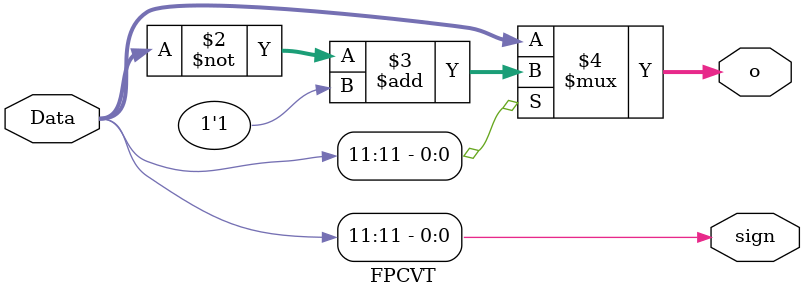
<source format=v>
`timescale 1ns / 1ps
module FPCVT(Data, o, sign);

input [11:0] Data;
output [11:0] o;
output sign;

assign o = (Data[11] == 1) ? (~Data + 1'b1) : Data;
assign sign = Data[11];

endmodule

</source>
